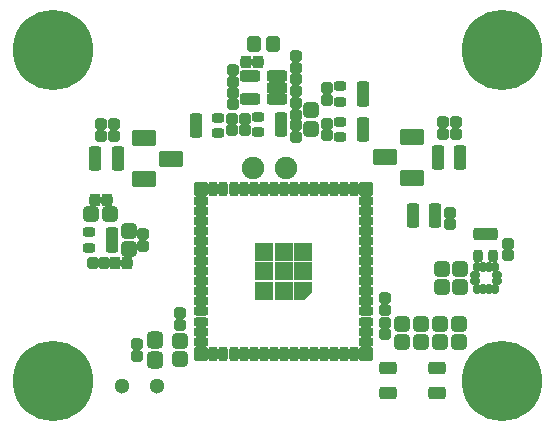
<source format=gts>
G04 #@! TF.GenerationSoftware,KiCad,Pcbnew,8.0.7*
G04 #@! TF.CreationDate,2025-04-02T23:58:34+11:00*
G04 #@! TF.ProjectId,Ganglion_01,47616e67-6c69-46f6-9e5f-30312e6b6963,01*
G04 #@! TF.SameCoordinates,Original*
G04 #@! TF.FileFunction,Soldermask,Top*
G04 #@! TF.FilePolarity,Negative*
%FSLAX46Y46*%
G04 Gerber Fmt 4.6, Leading zero omitted, Abs format (unit mm)*
G04 Created by KiCad (PCBNEW 8.0.7) date 2025-04-02 23:58:34*
%MOMM*%
%LPD*%
G01*
G04 APERTURE LIST*
G04 Aperture macros list*
%AMRoundRect*
0 Rectangle with rounded corners*
0 $1 Rounding radius*
0 $2 $3 $4 $5 $6 $7 $8 $9 X,Y pos of 4 corners*
0 Add a 4 corners polygon primitive as box body*
4,1,4,$2,$3,$4,$5,$6,$7,$8,$9,$2,$3,0*
0 Add four circle primitives for the rounded corners*
1,1,$1+$1,$2,$3*
1,1,$1+$1,$4,$5*
1,1,$1+$1,$6,$7*
1,1,$1+$1,$8,$9*
0 Add four rect primitives between the rounded corners*
20,1,$1+$1,$2,$3,$4,$5,0*
20,1,$1+$1,$4,$5,$6,$7,0*
20,1,$1+$1,$6,$7,$8,$9,0*
20,1,$1+$1,$8,$9,$2,$3,0*%
%AMFreePoly0*
4,1,22,0.686777,0.780194,0.756366,0.724698,0.794986,0.644504,0.800000,0.600000,0.800000,-0.600000,0.780194,-0.686777,0.724698,-0.756366,0.644504,-0.794986,0.600000,-0.800000,-0.600000,-0.800000,-0.686777,-0.780194,-0.756366,-0.724698,-0.794986,-0.644504,-0.800000,-0.600000,-0.800000,0.000000,-0.780194,0.086777,-0.741421,0.141421,-0.141421,0.741421,-0.066056,0.788777,0.000000,0.800000,
0.600000,0.800000,0.686777,0.780194,0.686777,0.780194,$1*%
G04 Aperture macros list end*
%ADD10RoundRect,0.325000X-0.350000X0.325000X-0.350000X-0.325000X0.350000X-0.325000X0.350000X0.325000X0*%
%ADD11RoundRect,0.325000X0.350000X-0.325000X0.350000X0.325000X-0.350000X0.325000X-0.350000X-0.325000X0*%
%ADD12RoundRect,0.240000X0.270000X-0.240000X0.270000X0.240000X-0.270000X0.240000X-0.270000X-0.240000X0*%
%ADD13RoundRect,0.240000X-0.270000X0.240000X-0.270000X-0.240000X0.270000X-0.240000X0.270000X0.240000X0*%
%ADD14RoundRect,0.235000X0.285000X-0.235000X0.285000X0.235000X-0.285000X0.235000X-0.285000X-0.235000X0*%
%ADD15RoundRect,0.235000X-0.285000X0.235000X-0.285000X-0.235000X0.285000X-0.235000X0.285000X0.235000X0*%
%ADD16RoundRect,0.235000X-0.235000X-0.285000X0.235000X-0.285000X0.235000X0.285000X-0.235000X0.285000X0*%
%ADD17RoundRect,0.300000X0.300000X0.375000X-0.300000X0.375000X-0.300000X-0.375000X0.300000X-0.375000X0*%
%ADD18RoundRect,0.200000X0.800000X0.500000X-0.800000X0.500000X-0.800000X-0.500000X0.800000X-0.500000X0*%
%ADD19RoundRect,0.200000X-0.800000X-0.500000X0.800000X-0.500000X0.800000X0.500000X-0.800000X0.500000X0*%
%ADD20RoundRect,0.200000X-0.325000X-0.200000X0.325000X-0.200000X0.325000X0.200000X-0.325000X0.200000X0*%
%ADD21RoundRect,0.250000X0.612500X0.250000X-0.612500X0.250000X-0.612500X-0.250000X0.612500X-0.250000X0*%
%ADD22RoundRect,0.200000X-0.200000X0.325000X-0.200000X-0.325000X0.200000X-0.325000X0.200000X0.325000X0*%
%ADD23RoundRect,0.200000X0.525000X0.325000X-0.525000X0.325000X-0.525000X-0.325000X0.525000X-0.325000X0*%
%ADD24RoundRect,0.200000X-0.125000X0.200000X-0.125000X-0.200000X0.125000X-0.200000X0.125000X0.200000X0*%
%ADD25RoundRect,0.200000X-0.200000X0.125000X-0.200000X-0.125000X0.200000X-0.125000X0.200000X0.125000X0*%
%ADD26RoundRect,0.200000X0.325000X0.200000X-0.325000X0.200000X-0.325000X-0.200000X0.325000X-0.200000X0*%
%ADD27RoundRect,0.325000X0.325000X0.350000X-0.325000X0.350000X-0.325000X-0.350000X0.325000X-0.350000X0*%
%ADD28RoundRect,0.337500X-0.337500X0.387500X-0.337500X-0.387500X0.337500X-0.387500X0.337500X0.387500X0*%
%ADD29C,6.800000*%
%ADD30C,1.900000*%
%ADD31RoundRect,0.240000X0.240000X0.270000X-0.240000X0.270000X-0.240000X-0.270000X0.240000X-0.270000X0*%
%ADD32RoundRect,0.200000X-0.400000X0.200000X-0.400000X-0.200000X0.400000X-0.200000X0.400000X0.200000X0*%
%ADD33RoundRect,0.200000X0.200000X0.400000X-0.200000X0.400000X-0.200000X-0.400000X0.200000X-0.400000X0*%
%ADD34FreePoly0,180.000000*%
%ADD35RoundRect,0.200000X0.600000X0.600000X-0.600000X0.600000X-0.600000X-0.600000X0.600000X-0.600000X0*%
%ADD36RoundRect,0.200000X-0.400000X-0.400000X0.400000X-0.400000X0.400000X0.400000X-0.400000X0.400000X0*%
%ADD37C,1.300000*%
G04 APERTURE END LIST*
D10*
X137800000Y-56725000D03*
X137800000Y-58275000D03*
X136200000Y-56725000D03*
X136200000Y-58275000D03*
D11*
X134600000Y-58275000D03*
X134600000Y-56725000D03*
X133000000Y-58275000D03*
X133000000Y-56725000D03*
D12*
X131600000Y-57580000D03*
X131600000Y-56620000D03*
D13*
X119700000Y-39320000D03*
X119700000Y-40280000D03*
X118700000Y-37120000D03*
X118700000Y-38080000D03*
X142000000Y-49920000D03*
X142000000Y-50880000D03*
D11*
X125300000Y-40175000D03*
X125300000Y-38625000D03*
X137898600Y-53575000D03*
X137898600Y-52025000D03*
X136400000Y-53575000D03*
X136400000Y-52025000D03*
D14*
X136500000Y-40610000D03*
X136500000Y-39590000D03*
D15*
X137600000Y-39600000D03*
X137600000Y-40620000D03*
D14*
X107500000Y-40810000D03*
X107500000Y-39790000D03*
D15*
X108600000Y-39790000D03*
X108600000Y-40810000D03*
D16*
X119790000Y-34500000D03*
X120810000Y-34500000D03*
D14*
X124000000Y-35010000D03*
X124000000Y-33990000D03*
D17*
X122125000Y-32977500D03*
X120475000Y-32977500D03*
D18*
X133850000Y-44350000D03*
X131550000Y-42600000D03*
X133850000Y-40850000D03*
D19*
X111150000Y-40950000D03*
X113450000Y-42700000D03*
X111150000Y-44450000D03*
D20*
X133950000Y-46850000D03*
X133950000Y-47500000D03*
X133950000Y-48150000D03*
X135850000Y-48150000D03*
X135850000Y-47500000D03*
X135850000Y-46850000D03*
D21*
X122437500Y-37650000D03*
X122437500Y-36700000D03*
X122437500Y-35750000D03*
X120162500Y-35750000D03*
X120162500Y-37650000D03*
D22*
X140750000Y-49050000D03*
X140100000Y-49050000D03*
X139450000Y-49050000D03*
X139450000Y-50950000D03*
X140750000Y-50950000D03*
D23*
X135975000Y-62575000D03*
X131825000Y-62575000D03*
X135975000Y-60425000D03*
X131825000Y-60425000D03*
D24*
X140850000Y-51912500D03*
X140350000Y-51912500D03*
X139850000Y-51912500D03*
X139350000Y-51912500D03*
D25*
X139175000Y-52587500D03*
X139175000Y-53087500D03*
D24*
X139350000Y-53762500D03*
X139850000Y-53762500D03*
X140350000Y-53762500D03*
X140850000Y-53762500D03*
D25*
X141025000Y-53087500D03*
X141025000Y-52587500D03*
D26*
X122750000Y-40450000D03*
X122750000Y-39800000D03*
X122750000Y-39150000D03*
X120850000Y-39150000D03*
X120850000Y-40450000D03*
D14*
X118700000Y-36210000D03*
X118700000Y-35190000D03*
D11*
X109902800Y-50375000D03*
X109902800Y-48825000D03*
D26*
X108452800Y-50250000D03*
X108452800Y-49600000D03*
X108452800Y-48950000D03*
X106552800Y-48950000D03*
X106552800Y-50250000D03*
X137950000Y-43250000D03*
X137950000Y-42600000D03*
X137950000Y-41950000D03*
X136050000Y-41950000D03*
X136050000Y-42600000D03*
X136050000Y-43250000D03*
D20*
X107050000Y-42050000D03*
X107050000Y-42700000D03*
X107050000Y-43350000D03*
X108950000Y-43350000D03*
X108950000Y-42700000D03*
X108950000Y-42050000D03*
X115550000Y-39250000D03*
X115550000Y-39900000D03*
X115550000Y-40550000D03*
X117450000Y-40550000D03*
X117450000Y-39250000D03*
D26*
X129700000Y-37900000D03*
X129700000Y-37250000D03*
X129700000Y-36600000D03*
X127800000Y-36600000D03*
X127800000Y-37900000D03*
X129700000Y-40900000D03*
X129700000Y-40250000D03*
X129700000Y-39600000D03*
X127800000Y-39600000D03*
X127800000Y-40900000D03*
D27*
X108275000Y-47400000D03*
X106725000Y-47400000D03*
D13*
X118600000Y-39320000D03*
X118600000Y-40280000D03*
D14*
X131600000Y-55510000D03*
X131600000Y-54490000D03*
D28*
X112100000Y-58025000D03*
X112100000Y-59775000D03*
D14*
X111102800Y-50110000D03*
X111102800Y-49090000D03*
D29*
X141500000Y-33500000D03*
D11*
X114200000Y-59675000D03*
X114200000Y-58125000D03*
D14*
X110600000Y-59410000D03*
X110600000Y-58390000D03*
D30*
X123200000Y-43500000D03*
D13*
X126667200Y-36770000D03*
X126667200Y-37730000D03*
X137050000Y-47320000D03*
X137050000Y-48280000D03*
D29*
X141500000Y-61500000D03*
D31*
X107782800Y-51550000D03*
X106822800Y-51550000D03*
D15*
X124000000Y-35990000D03*
X124000000Y-37010000D03*
X114200000Y-55790000D03*
X114200000Y-56810000D03*
D30*
X120400000Y-43500000D03*
D29*
X103500000Y-61500000D03*
D32*
X130000000Y-58200000D03*
X130000000Y-57350000D03*
X130000000Y-56500000D03*
X130000000Y-55650000D03*
X130000000Y-54800000D03*
X130000000Y-53950000D03*
X130000000Y-53100000D03*
X130000000Y-52250000D03*
X130000000Y-51400000D03*
X130000000Y-50550000D03*
X130000000Y-49700000D03*
X130000000Y-48850000D03*
X130000000Y-48000000D03*
X130000000Y-47150000D03*
X130000000Y-46300000D03*
D33*
X128950000Y-45250000D03*
X128100000Y-45250000D03*
X127250000Y-45250000D03*
X126400000Y-45250000D03*
X125550000Y-45250000D03*
X124700000Y-45250000D03*
X123850000Y-45250000D03*
X123000000Y-45250000D03*
X122150000Y-45250000D03*
X121300000Y-45250000D03*
X120450000Y-45250000D03*
X119600000Y-45250000D03*
X118750000Y-45250000D03*
X117900000Y-45250000D03*
X117050000Y-45250000D03*
D32*
X116000000Y-46300000D03*
X116000000Y-47150000D03*
X116000000Y-48000000D03*
X116000000Y-48850000D03*
X116000000Y-49700000D03*
X116000000Y-50550000D03*
X116000000Y-51400000D03*
X116000000Y-52250000D03*
X116000000Y-53100000D03*
X116000000Y-53950000D03*
X116000000Y-54800000D03*
X116000000Y-55650000D03*
X116000000Y-56500000D03*
X116000000Y-57350000D03*
X116000000Y-58200000D03*
D33*
X117050000Y-59250000D03*
X117900000Y-59250000D03*
X118750000Y-59250000D03*
X119600000Y-59250000D03*
X120450000Y-59250000D03*
X121300000Y-59250000D03*
X122150000Y-59250000D03*
X123000000Y-59250000D03*
X123850000Y-59250000D03*
X124700000Y-59250000D03*
X125550000Y-59250000D03*
X126400000Y-59250000D03*
X127250000Y-59250000D03*
X128100000Y-59250000D03*
X128950000Y-59250000D03*
D34*
X124650000Y-53900000D03*
D35*
X124650000Y-52250000D03*
X124650000Y-50600000D03*
X123000000Y-53900000D03*
X123000000Y-52250000D03*
X123000000Y-50600000D03*
X121350000Y-53900000D03*
X121350000Y-52250000D03*
X121350000Y-50600000D03*
D36*
X130000000Y-59250000D03*
X130000000Y-45250000D03*
X116000000Y-45250000D03*
X116000000Y-59250000D03*
D14*
X124000000Y-40910000D03*
X124000000Y-39890000D03*
D16*
X106990000Y-46200000D03*
X108010000Y-46200000D03*
D13*
X126656953Y-39770000D03*
X126656953Y-40730000D03*
D29*
X103500000Y-33500000D03*
D14*
X124010000Y-39000000D03*
X124010000Y-37980000D03*
D16*
X108742800Y-51550000D03*
X109762800Y-51550000D03*
D37*
X109300000Y-61987500D03*
X112300000Y-61987500D03*
M02*

</source>
